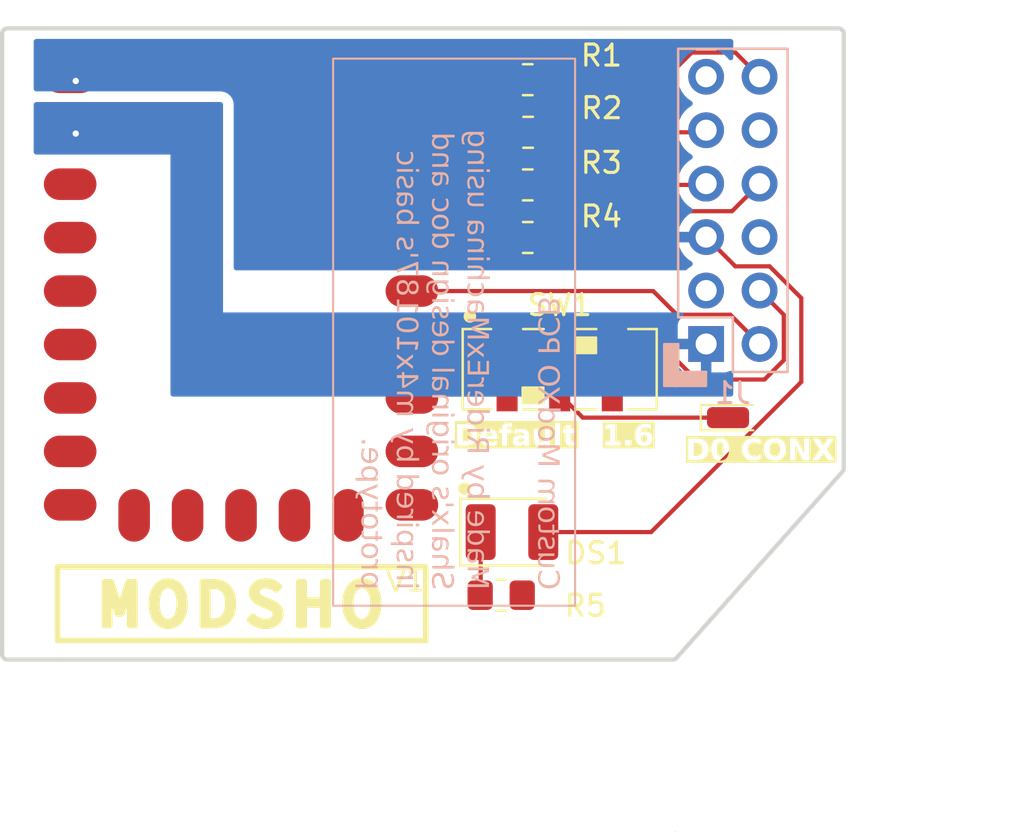
<source format=kicad_pcb>
(kicad_pcb (version 20240108) (generator "pcbnew") (generator_version "8.0")
  (layers (0 "F.Cu" signal) (31 "B.Cu" signal) (34 "B.Paste" user) (35 "F.Paste" user) (36 "B.SilkS" user "B.Silkscreen") (37 "F.SilkS" user "F.Silkscreen") (38 "B.Mask" user) (39 "F.Mask" user) (44 "Edge.Cuts" user))
  (net 0 "")
  (net 1 "+5V")
  (net 2 "Net-(DS1-K)")
  (net 3 "LAD0")
  (net 4 "LCLK")
  (net 6 "unconnected-(J1-Pin_11-Pad11)")
  (net 7 "LAD1")
  (net 8 "GND")
  (net 10 "LAD2")
  (net 12 "LFRAME")
  (net 13 "LAD3")
  (net 14 "Net-(U1-0)")
  (net 15 "Net-(U1-1)")
  (net 16 "Net-(U1-2)")
  (net 17 "Net-(U1-3)")
  (net 19 "Net-(SW1A-B)")
  (net 20 "D0")
  (net 36 "Net-(SW1B-A)")
  (footprint "Resistor_SMD:R_0805_2012Metric_Pad1.20x1.40mm_HandSolder" (layer "F.Cu") (at 135 72.25)
    (property "Reference" "R3" (at 3.5 -1.05 0) (layer "F.SilkS"))
    (property "Value" "R_US")
    (fp_line (start -0.227064 -0.735) (end 0.227064 -0.735) (stroke (width 0.12)) (layer "F.SilkS"))
    (fp_line (start -0.227064 0.735) (end 0.227064 0.735) (stroke (width 0.12)) (layer "F.SilkS"))
    (pad "1" smd roundrect (at -1 0) (size 1.2 1.4) (layers "F.Cu" "F.Paste" "F.Mask") (roundrect_rratio 0.208333) (net 16 "Net-(U1-2)"))
    (pad "2" smd roundrect (at 1 0) (size 1.2 1.4) (layers "F.Cu" "F.Paste" "F.Mask") (roundrect_rratio 0.208333) (net 10 "LAD2"))
  )
  (footprint "Resistor_SMD:R_0805_2012Metric_Pad1.20x1.40mm_HandSolder" (layer "F.Cu") (at 135 74.75)
    (property "Reference" "R4" (at 3.5 -1 0) (layer "F.SilkS"))
    (property "Value" "R_US" (hide yes))
    (fp_line (start -0.227064 -0.735) (end 0.227064 -0.735) (stroke (width 0.12)) (layer "F.SilkS"))
    (fp_line (start -0.227064 0.735) (end 0.227064 0.735) (stroke (width 0.12)) (layer "F.SilkS"))
    (pad "1" smd roundrect (at -1 0) (size 1.2 1.4) (layers "F.Cu" "F.Paste" "F.Mask") (roundrect_rratio 0.208333) (net 17 "Net-(U1-3)"))
    (pad "2" smd roundrect (at 1 0) (size 1.2 1.4) (layers "F.Cu" "F.Paste" "F.Mask") (roundrect_rratio 0.208333) (net 13 "LAD3"))
  )
  (footprint "LED_SMD:LED_1210_3225Metric_Pad1.42x2.65mm_HandSolder" (layer "F.Cu") (at 134.25 88.75)
    (property "Reference" "DS1" (at 3.9875 1 0) (layer "F.SilkS"))
    (property "Value" "LED")
    (fp_line (start -2.46 -1.585) (end -2.46 1.585) (stroke (width 0.12)) (layer "F.SilkS"))
    (fp_line (start -2.46 1.585) (end 1.6 1.585) (stroke (width 0.12)) (layer "F.SilkS"))
    (fp_line (start 1.6 -1.585) (end -2.46 -1.585) (stroke (width 0.12)) (layer "F.SilkS"))
    (pad "1" smd roundrect (at -1.4875 0) (size 1.425 2.65) (layers "F.Cu" "F.Paste" "F.Mask") (roundrect_rratio 0.175439) (net 2 "Net-(DS1-K)"))
    (pad "2" smd roundrect (at 1.4875 0) (size 1.425 2.65) (layers "F.Cu" "F.Paste" "F.Mask") (roundrect_rratio 0.175439) (net 1 "+5V"))
  )
  (footprint "Button_Switch_SMD:SW_DPDT_CK_JS202011JCQN" (layer "F.Cu") (at 136.51808 81.010811)
    (property "Reference" "SW1" (at 0 -3.05 0) (layer "F.SilkS"))
    (property "Value" "SW_DPDT_x2")
    (fp_line (start -4.61 -1.91) (end -4.61 1.91) (stroke (width 0.12)) (layer "F.SilkS"))
    (fp_line (start -4.61 1.91) (end -3.26 1.91) (stroke (width 0.12)) (layer "F.SilkS"))
    (fp_line (start -3.26 -1.91) (end -4.61 -1.91) (stroke (width 0.12)) (layer "F.SilkS"))
    (fp_line (start -0.76 -1.91) (end -1.74 -1.91) (stroke (width 0.12)) (layer "F.SilkS"))
    (fp_line (start -0.76 1.91) (end -1.74 1.91) (stroke (width 0.12)) (layer "F.SilkS"))
    (fp_line (start 1.74 -1.91) (end 0.76 -1.91) (stroke (width 0.12)) (layer "F.SilkS"))
    (fp_line (start 1.74 1.91) (end 0.76 1.91) (stroke (width 0.12)) (layer "F.SilkS"))
    (fp_line (start 4.61 -1.91) (end 3.26 -1.91) (stroke (width 0.12)) (layer "F.SilkS"))
    (fp_line (start 4.61 -1.91) (end 4.61 1.91) (stroke (width 0.12)) (layer "F.SilkS"))
    (fp_line (start 4.61 1.91) (end 3.26 1.91) (stroke (width 0.12)) (layer "F.SilkS"))
    (pad "1" smd rect (at -2.5 -1.2) (size 1 1.6) (layers "F.Cu" "F.Paste" "F.Mask"))
    (pad "2" smd rect (at 0 -1.2) (size 1 1.6) (layers "F.Cu" "F.Paste" "F.Mask") (net 19 "Net-(SW1A-B)"))
    (pad "3" smd rect (at 2.5 -1.2) (size 1 1.6) (layers "F.Cu" "F.Paste" "F.Mask") (net 12 "LFRAME"))
    (pad "4" smd rect (at -2.5 1.2) (size 1 1.6) (layers "F.Cu" "F.Paste" "F.Mask") (net 36 "Net-(SW1B-A)"))
    (pad "5" smd rect (at 0 1.2) (size 1 1.6) (layers "F.Cu" "F.Paste" "F.Mask") (net 20 "D0"))
    (pad "6" smd rect (at 2.5 1.2) (size 1 1.6) (layers "F.Cu" "F.Paste" "F.Mask"))
  )
  (footprint "Resistor_SMD:R_0805_2012Metric_Pad1.20x1.40mm_HandSolder" (layer "F.Cu") (at 135.01808 69.75)
    (property "Reference" "R2" (at 3.5 -1.15 0) (layer "F.SilkS"))
    (property "Value" "R_US")
    (fp_line (start -0.227064 -0.735) (end 0.227064 -0.735) (stroke (width 0.12)) (layer "F.SilkS"))
    (fp_line (start -0.227064 0.735) (end 0.227064 0.735) (stroke (width 0.12)) (layer "F.SilkS"))
    (pad "1" smd roundrect (at -1 0) (size 1.2 1.4) (layers "F.Cu" "F.Paste" "F.Mask") (roundrect_rratio 0.208333) (net 15 "Net-(U1-1)"))
    (pad "2" smd roundrect (at 1 0) (size 1.2 1.4) (layers "F.Cu" "F.Paste" "F.Mask") (roundrect_rratio 0.208333) (net 7 "LAD1"))
  )
  (footprint "Resistor_SMD:R_0805_2012Metric_Pad1.20x1.40mm_HandSolder" (layer "F.Cu") (at 133.7375 91.75)
    (property "Reference" "R5" (at 4 0.5 0) (layer "F.SilkS"))
    (property "Value" "R_US")
    (fp_line (start -0.227064 -0.735) (end 0.227064 -0.735) (stroke (width 0.12)) (layer "F.SilkS"))
    (fp_line (start -0.227064 0.735) (end 0.227064 0.735) (stroke (width 0.12)) (layer "F.SilkS"))
    (pad "1" smd roundrect (at -1 0) (size 1.2 1.4) (layers "F.Cu" "F.Paste" "F.Mask") (roundrect_rratio 0.208333) (net 2 "Net-(DS1-K)"))
    (pad "2" smd roundrect (at 1 0) (size 1.2 1.4) (layers "F.Cu" "F.Paste" "F.Mask") (roundrect_rratio 0.208333) (net 8 "GND"))
  )
  (footprint "Resistor_SMD:R_0805_2012Metric_Pad1.20x1.40mm_HandSolder" (layer "F.Cu") (at 135 67.25)
    (property "Reference" "R1" (at 3.5 -1.15 0) (layer "F.SilkS"))
    (property "Value" "R_US")
    (fp_line (start -0.227064 -0.735) (end 0.227064 -0.735) (stroke (width 0.12)) (layer "F.SilkS"))
    (fp_line (start -0.227064 0.735) (end 0.227064 0.735) (stroke (width 0.12)) (layer "F.SilkS"))
    (pad "1" smd roundrect (at -1 0) (size 1.2 1.4) (layers "F.Cu" "F.Paste" "F.Mask") (roundrect_rratio 0.208333) (net 14 "Net-(U1-0)"))
    (pad "2" smd roundrect (at 1 0) (size 1.2 1.4) (layers "F.Cu" "F.Paste" "F.Mask") (roundrect_rratio 0.208333) (net 3 "LAD0"))
  )
  (footprint "mcu:rp2040-zero-smd" (layer "F.Cu") (at 121.37308 77.295811)
    (property "Reference" "U1" (hide yes))
    (property "Value" "rp2040-zero" (hide yes))
    (pad "1" smd oval (at 7.62 -10.16 180) (size 2.5 1.5) (drill (offset -0.5 0)) (layers "F.Cu" "F.Paste" "F.Mask") (net 14 "Net-(U1-0)"))
    (pad "2" smd oval (at 7.62 -7.62 180) (size 2.5 1.5) (drill (offset -0.5 0)) (layers "F.Cu" "F.Paste" "F.Mask") (net 15 "Net-(U1-1)"))
    (pad "3" smd oval (at 7.62 -5.08 180) (size 2.5 1.5) (drill (offset -0.5 0)) (layers "F.Cu" "F.Paste" "F.Mask") (net 16 "Net-(U1-2)"))
    (pad "4" smd oval (at 7.62 -2.54 180) (size 2.5 1.5) (drill (offset -0.5 0)) (layers "F.Cu" "F.Paste" "F.Mask") (net 17 "Net-(U1-3)"))
    (pad "5" smd oval (at 7.62 0 180) (size 2.5 1.5) (drill (offset -0.5 0)) (layers "F.Cu" "F.Paste" "F.Mask") (net 4 "LCLK"))
    (pad "6" smd oval (at 7.62 2.54 180) (size 2.5 1.5) (drill (offset -0.5 0)) (layers "F.Cu" "F.Paste" "F.Mask") (net 19 "Net-(SW1A-B)"))
    (pad "7" smd oval (at 7.62 5.08 180) (size 2.5 1.5) (drill (offset -0.5 0)) (layers "F.Cu" "F.Paste" "F.Mask") (net 36 "Net-(SW1B-A)"))
    (pad "8" smd oval (at 7.62 7.62 180) (size 2.5 1.5) (drill (offset -0.5 0)) (layers "F.Cu" "F.Paste" "F.Mask"))
    (pad "9" smd oval (at 7.62 10.16 180) (size 2.5 1.5) (drill (offset -0.5 0)) (layers "F.Cu" "F.Paste" "F.Mask"))
    (pad "10" smd oval (at 5.08 10.16 90) (size 2.5 1.5) (drill (offset -0.5 0)) (layers "F.Cu" "F.Paste" "F.Mask"))
    (pad "11" smd oval (at 2.54 10.16 90) (size 2.5 1.5) (drill (offset -0.5 0)) (layers "F.Cu" "F.Paste" "F.Mask"))
    (pad "12" smd oval (at 0 10.16 90) (size 2.5 1.5) (drill (offset -0.5 0)) (layers "F.Cu" "F.Paste" "F.Mask"))
    (pad "13" smd oval (at -2.54 10.16 90) (size 2.5 1.5) (drill (offset -0.5 0)) (layers "F.Cu" "F.Paste" "F.Mask"))
    (pad "14" smd oval (at -5.08 10.16 90) (size 2.5 1.5) (drill (offset -0.5 0)) (layers "F.Cu" "F.Paste" "F.Mask"))
    (pad "15" smd oval (at -7.62 10.16) (size 2.5 1.5) (drill (offset -0.5 0)) (layers "F.Cu" "F.Paste" "F.Mask"))
    (pad "16" smd oval (at -7.62 7.62) (size 2.5 1.5) (drill (offset -0.5 0)) (layers "F.Cu" "F.Paste" "F.Mask"))
    (pad "17" smd oval (at -7.62 5.08) (size 2.5 1.5) (drill (offset -0.5 0)) (layers "F.Cu" "F.Paste" "F.Mask"))
    (pad "18" smd oval (at -7.62 2.54) (size 2.5 1.5) (drill (offset -0.5 0)) (layers "F.Cu" "F.Paste" "F.Mask"))
    (pad "19" smd oval (at -7.62 0) (size 2.5 1.5) (drill (offset -0.5 0)) (layers "F.Cu" "F.Paste" "F.Mask"))
    (pad "20" smd oval (at -7.62 -2.54) (size 2.5 1.5) (drill (offset -0.5 0)) (layers "F.Cu" "F.Paste" "F.Mask"))
    (pad "21" smd oval (at -7.62 -5.08) (size 2.5 1.5) (drill (offset -0.5 0)) (layers "F.Cu" "F.Paste" "F.Mask"))
    (pad "22" smd oval (at -7.62 -7.62) (size 2.5 1.5) (drill (offset -0.5 0)) (layers "F.Cu" "F.Paste" "F.Mask") (net 8 "GND"))
    (pad "23" smd oval (at -7.62 -10.16) (size 2.5 1.5) (drill (offset -0.5 0)) (layers "F.Cu" "F.Paste" "F.Mask") (net 1 "+5V"))
  )
  (footprint "Connector_Wire:SolderWirePad_1x01_SMD_1x2mm" (layer "F.Cu") (at 144.51808 83.310811 90)
    (property "Reference" "J2" (hide yes))
    (property "Value" "Conn_01x01_Pin")
    (fp_line (start 0.6 -1.3) (end 0.6 1.2) (stroke (width 0.1)) (layer "F.SilkS"))
    (fp_line (start -0.6 -1.3) (end 0.6 -1.3) (stroke (width 0.1)) (layer "F.SilkS"))
    (fp_line (start -0.6 1.2) (end -0.6 -1.3) (stroke (width 0.1)) (layer "F.SilkS"))
    (pad "1" smd roundrect (at 0 0 90) (size 1 2) (layers "F.Cu" "F.Paste" "F.Mask") (net 20 "D0"))
  )
  (footprint "Connector_PinHeader_2.54mm:PinHeader_2x06_P2.54mm_Vertical" (layer "B.Cu") (at 143.47808 79.810811)
    (property "Reference" "J1" (at 1.27 2.33 180) (layer "B.SilkS") (effects (justify mirror)))
    (property "Value" "Conn_02x06_Odd_Even")
    (fp_line (start -1.33 -14.03) (end -1.33 -1.27) (stroke (width 0.12)) (layer "B.SilkS"))
    (fp_line (start -1.33 1.33) (end -1.33 0) (stroke (width 0.12)) (layer "B.SilkS"))
    (fp_line (start 0 1.33) (end -1.33 1.33) (stroke (width 0.12)) (layer "B.SilkS"))
    (fp_line (start 1.27 -1.27) (end -1.33 -1.27) (stroke (width 0.12)) (layer "B.SilkS"))
    (fp_line (start 1.27 1.33) (end 1.27 -1.27) (stroke (width 0.12)) (layer "B.SilkS"))
    (fp_line (start 3.87 -14.03) (end -1.33 -14.03) (stroke (width 0.12)) (layer "B.SilkS"))
    (fp_line (start 3.87 -14.03) (end 3.87 1.33) (stroke (width 0.12)) (layer "B.SilkS"))
    (fp_line (start 3.87 1.33) (end 1.27 1.33) (stroke (width 0.12)) (layer "B.SilkS"))
    (fp_rect (start -1.33 0) (end -2 2) (stroke (width 0.1)) (fill solid) (layer "B.SilkS"))
    (fp_rect (start 0 1.33) (end -1.5 2) (stroke (width 0.1)) (fill solid) (layer "B.SilkS"))
    (pad "1" thru_hole rect (at 0 0) (size 1.7 1.7) (drill 1) (layers "*.Cu" "*.Mask") (net 8 "GND"))
    (pad "2" thru_hole oval (at 2.54 0) (size 1.7 1.7) (drill 1) (layers "*.Cu" "*.Mask") (net 4 "LCLK"))
    (pad "3" thru_hole oval (at 0 -2.54) (size 1.7 1.7) (drill 1) (layers "*.Cu" "*.Mask"))
    (pad "4" thru_hole oval (at 2.54 -2.54) (size 1.7 1.7) (drill 1) (layers "*.Cu" "*.Mask") (net 12 "LFRAME"))
    (pad "5" thru_hole oval (at 0 -5.08) (size 1.7 1.7) (drill 1) (layers "*.Cu" "*.Mask") (net 1 "+5V"))
    (pad "6" thru_hole oval (at 2.54 -5.08) (size 1.7 1.7) (drill 1) (layers "*.Cu" "*.Mask"))
    (pad "7" thru_hole oval (at 0 -7.62) (size 1.7 1.7) (drill 1) (layers "*.Cu" "*.Mask") (net 10 "LAD2"))
    (pad "8" thru_hole oval (at 2.54 -7.62) (size 1.7 1.7) (drill 1) (layers "*.Cu" "*.Mask") (net 13 "LAD3"))
    (pad "9" thru_hole oval (at 0 -10.16) (size 1.7 1.7) (drill 1) (layers "*.Cu" "*.Mask") (net 7 "LAD1"))
    (pad "10" thru_hole oval (at 2.54 -10.16) (size 1.7 1.7) (drill 1) (layers "*.Cu" "*.Mask"))
    (pad "11" thru_hole oval (at 0 -12.7) (size 1.7 1.7) (drill 1) (layers "*.Cu" "*.Mask") (net 6 "unconnected-(J1-Pin_11-Pad11)"))
    (pad "12" thru_hole oval (at 2.54 -12.7) (size 1.7 1.7) (drill 1) (layers "*.Cu" "*.Mask") (net 3 "LAD0"))
  )
  (gr_poly (pts (xy 130.150739 93.9024) (xy 112.650741 93.9024) (xy 112.650741 90.4024) (xy 130.150739 90.4024)) (stroke (width 0.264582)) (fill none) (layer "F.SilkS"))
  (gr_circle (center 132.25 78.5) (end 132.5 78.5) (stroke (width 0.1)) (fill solid) (layer "F.SilkS"))
  (gr_rect (start 137.25 79.5) (end 138.25 80.25) (stroke (width 0.1)) (fill solid) (layer "F.SilkS"))
  (gr_rect (start 134.75 81.875) (end 135.75 82.625) (stroke (width 0.1)) (fill solid) (layer "F.SilkS"))
  (gr_poly (pts (xy 124.380479 91.984125) (xy 125.25043 91.984125) (xy 125.25043 91.111) (xy 125.517129 91.111) (xy 125.517129 93.1938) (xy 125.25043 93.1938) (xy 125.25043 92.212725) (xy 124.380479 92.212725) (xy 124.380479 93.1938) (xy 124.113779 93.1938) (xy 124.113779 91.111) (xy 124.380479 91.111)) (stroke (width 0.264582)) (fill solid) (layer "F.SilkS"))
  (gr_poly (pts (xy 117.953464 91.074059) (xy 117.996249 91.077521) (xy 118.038145 91.083265) (xy 118.079118 91.091268) (xy 118.119133 91.101508) (xy 118.158155 91.113963) (xy 118.196149 91.12861) (xy 118.233081 91.145429) (xy 118.268915 91.164396) (xy 118.303616 91.18549) (xy 118.33715 91.208688) (xy 118.369482 91.233969) (xy 118.400576 91.26131) (xy 118.430399 91.29069) (xy 118.458915 91.322085) (xy 118.486088 91.355475) (xy 118.511886 91.390837) (xy 118.536271 91.428148) (xy 118.559211 91.467387) (xy 118.580669 91.508532) (xy 118.600611 91.551561) (xy 118.619001 91.596451) (xy 118.65099 91.691727) (xy 118.676356 91.794185) (xy 118.69482 91.903646) (xy 118.706103 92.019935) (xy 118.709926 92.142875) (xy 118.708964 92.206058) (xy 118.706103 92.267598) (xy 118.701377 92.327473) (xy 118.69482 92.385657) (xy 118.686468 92.442128) (xy 118.676356 92.49686) (xy 118.664518 92.549832) (xy 118.65099 92.601018) (xy 118.635806 92.650394) (xy 118.619001 92.697938) (xy 118.600611 92.743625) (xy 118.580669 92.787431) (xy 118.559211 92.829333) (xy 118.536272 92.869306) (xy 118.511886 92.907327) (xy 118.486089 92.943372) (xy 118.458915 92.977417) (xy 118.430399 93.009438) (xy 118.400576 93.039412) (xy 118.369482 93.067315) (xy 118.33715 93.093122) (xy 118.303616 93.11681) (xy 118.268915 93.138355) (xy 118.233081 93.157734) (xy 118.196149 93.174922) (xy 118.158155 93.189896) (xy 118.119133 93.202631) (xy 118.079118 93.213104) (xy 118.038145 93.221292) (xy 117.996249 93.227169) (xy 117.953464 93.230713) (xy 117.909826 93.2319) (xy 117.866188 93.230713) (xy 117.823404 93.227169) (xy 117.781507 93.221292) (xy 117.740534 93.213104) (xy 117.700519 93.202631) (xy 117.661497 93.189896) (xy 117.623503 93.174922) (xy 117.586572 93.157734) (xy 117.550738 93.138355) (xy 117.516036 93.11681) (xy 117.482502 93.093122) (xy 117.450171 93.067315) (xy 117.419076 93.039412) (xy 117.389254 93.009438) (xy 117.360738 92.977417) (xy 117.333564 92.943372) (xy 117.307767 92.907327) (xy 117.283381 92.869306) (xy 117.260442 92.829333) (xy 117.238984 92.787431) (xy 117.200651 92.697938) (xy 117.168662 92.601018) (xy 117.143296 92.49686) (xy 117.124832 92.385657) (xy 117.113549 92.267598) (xy 117.109726 92.142875) (xy 117.382776 92.142875) (xy 117.383387 92.192264) (xy 117.385207 92.240404) (xy 117.388218 92.287274) (xy 117.3924 92.332854) (xy 117.397736 92.377122) (xy 117.404207 92.420058) (xy 117.411795 92.46164) (xy 117.420479 92.501848) (xy 117.430243 92.540661) (xy 117.441067 92.578058) (xy 117.452933 92.614017) (xy 117.465822 92.648519) (xy 117.479716 92.681541) (xy 117.494596 92.713063) (xy 117.510443 92.743065) (xy 117.527239 92.771525) (xy 117.544965 92.798422) (xy 117.563602 92.823736) (xy 117.583133 92.847445) (xy 117.603538 92.869528) (xy 117.624799 92.889965) (xy 117.646896 92.908735) (xy 117.669813 92.925817) (xy 117.693529 92.941189) (xy 117.718027 92.954831) (xy 117.743287 92.966722) (xy 117.769292 92.976841) (xy 117.796022 92.985168) (xy 117.823459 92.99168) (xy 117.851585 92.996358) (xy 117.88038 92.99918) (xy 117.909826 93.000125) (xy 117.939272 92.99918) (xy 117.968068 92.996358) (xy 117.996193 92.99168) (xy 118.02363 92.985168) (xy 118.05036 92.976841) (xy 118.076365 92.966722) (xy 118.101625 92.954831) (xy 118.126123 92.941189) (xy 118.149839 92.925817) (xy 118.172756 92.908735) (xy 118.194854 92.889965) (xy 118.216115 92.869528) (xy 118.236519 92.847445) (xy 118.25605 92.823736) (xy 118.292414 92.771525) (xy 118.325057 92.713063) (xy 118.35383 92.648519) (xy 118.378585 92.578058) (xy 118.399173 92.501848) (xy 118.415445 92.420058) (xy 118.427252 92.332854) (xy 118.434445 92.240404) (xy 118.436876 92.142875) (xy 118.436265 92.094379) (xy 118.434445 92.04713) (xy 118.431435 92.001147) (xy 118.427252 91.956449) (xy 118.421916 91.913056) (xy 118.415445 91.870987) (xy 118.407858 91.830261) (xy 118.399173 91.790896) (xy 118.389409 91.752914) (xy 118.378585 91.716331) (xy 118.366719 91.681169) (xy 118.35383 91.647445) (xy 118.339936 91.615179) (xy 118.325057 91.58439) (xy 118.30921 91.555098) (xy 118.292414 91.527322) (xy 118.274688 91.50108) (xy 118.25605 91.476392) (xy 118.236519 91.453278) (xy 118.216115 91.431756) (xy 118.194854 91.411845) (xy 118.172756 91.393565) (xy 118.149839 91.376935) (xy 118.126123 91.361974) (xy 118.101625 91.348701) (xy 118.076365 91.337136) (xy 118.05036 91.327297) (xy 118.02363 91.319204) (xy 117.996193 91.312877) (xy 117.968068 91.308333) (xy 117.939272 91.305593) (xy 117.909826 91.304675) (xy 117.88038 91.305593) (xy 117.851585 91.308333) (xy 117.823459 91.312877) (xy 117.796022 91.319204) (xy 117.769292 91.327297) (xy 117.743287 91.337136) (xy 117.718027 91.348701) (xy 117.693529 91.361974) (xy 117.669813 91.376935) (xy 117.646896 91.393565) (xy 117.624799 91.411845) (xy 117.603538 91.431756) (xy 117.583133 91.453278) (xy 117.563602 91.476392) (xy 117.527239 91.527322) (xy 117.494596 91.58439) (xy 117.465822 91.647445) (xy 117.441067 91.716331) (xy 117.420479 91.790896) (xy 117.404207 91.870987) (xy 117.3924 91.956449) (xy 117.385207 92.04713) (xy 117.382776 92.142875) (xy 117.109726 92.142875) (xy 117.110688 92.080585) (xy 117.113549 92.019935) (xy 117.118276 91.960948) (xy 117.124832 91.903646) (xy 117.133184 91.848051) (xy 117.143296 91.794185) (xy 117.155134 91.742069) (xy 117.168662 91.691727) (xy 117.183846 91.64318) (xy 117.200651 91.596451) (xy 117.219042 91.551561) (xy 117.238983 91.508532) (xy 117.260441 91.467387) (xy 117.283381 91.428148) (xy 117.307766 91.390837) (xy 117.333564 91.355475) (xy 117.360738 91.322085) (xy 117.389253 91.29069) (xy 117.419076 91.26131) (xy 117.450171 91.233969) (xy 117.482502 91.208688) (xy 117.516036 91.18549) (xy 117.550738 91.164396) (xy 117.586571 91.145429) (xy 117.623503 91.12861) (xy 117.661497 91.113963) (xy 117.700519 91.101508) (xy 117.740534 91.091268) (xy 117.781507 91.083265) (xy 117.823404 91.077521) (xy 117.866188 91.074059) (xy 117.909826 91.0729)) (stroke (width 0.264582)) (fill solid) (layer "F.SilkS"))
  (gr_circle (center 131.99442 86.689189) (end 132.24442 86.689189) (stroke (width 0.1)) (fill solid) (layer "F.SilkS"))
  (gr_poly (pts (xy 122.603287 91.074114) (xy 122.65091 91.0777) (xy 122.697659 91.083574) (xy 122.743469 91.091652) (xy 122.788274 91.101852) (xy 122.832009 91.114088) (xy 122.874609 91.128278) (xy 122.91601 91.144337) (xy 122.956146 91.162183) (xy 122.994951 91.18173) (xy 123.032361 91.202897) (xy 123.068311 91.225598) (xy 123.102735 91.24975) (xy 123.135569 91.275269) (xy 123.166746 91.302072) (xy 123.196204 91.330075) (xy 123.056504 91.501525) (xy 123.030636 91.479432) (xy 123.004197 91.458427) (xy 122.977134 91.438557) (xy 122.949397 91.419868) (xy 122.920934 91.402407) (xy 122.891695 91.38622) (xy 122.861628 91.371355) (xy 122.830682 91.357856) (xy 122.798805 91.345772) (xy 122.765948 91.335148) (xy 122.732058 91.32603) (xy 122.697084 91.318466) (xy 122.660975 91.312502) (xy 122.62368 91.308185) (xy 122.585149 91.30556) (xy 122.545329 91.304675) (xy 122.522942 91.305018) (xy 122.501035 91.30604) (xy 122.479624 91.307733) (xy 122.458723 91.310089) (xy 122.438348 91.313097) (xy 122.418513 91.316751) (xy 122.399234 91.321041) (xy 122.380526 91.325957) (xy 122.362404 91.331493) (xy 122.344884 91.337638) (xy 122.327979 91.344384) (xy 122.311706 91.351723) (xy 122.296079 91.359646) (xy 122.281114 91.368143) (xy 122.266825 91.377207) (xy 122.253229 91.386828) (xy 122.240339 91.396998) (xy 122.228171 91.407708) (xy 122.216741 91.41895) (xy 122.206063 91.430714) (xy 122.196152 91.442992) (xy 122.187023 91.455775) (xy 122.178693 91.469055) (xy 122.171175 91.482822) (xy 122.164485 91.497069) (xy 122.158637 91.511786) (xy 122.153648 91.526964) (xy 122.149533 91.542595) (xy 122.146305 91.558671) (xy 122.143981 91.575182) (xy 122.142575 91.592119) (xy 122.142104 91.609475) (xy 122.142665 91.627859) (xy 122.144322 91.645522) (xy 122.147038 91.662488) (xy 122.150773 91.678779) (xy 122.155489 91.694419) (xy 122.161149 91.709432) (xy 122.167713 91.723839) (xy 122.175143 91.737666) (xy 122.183402 91.750934) (xy 122.192449 91.763667) (xy 122.202248 91.775889) (xy 122.21276 91.787622) (xy 122.223946 91.798891) (xy 122.235768 91.809717) (xy 122.261166 91.830137) (xy 122.288648 91.84907) (xy 122.317907 91.8667) (xy 122.348635 91.883213) (xy 122.380526 91.898797) (xy 122.446569 91.927918) (xy 122.513579 91.95555) (xy 122.805679 92.08255) (xy 122.85323 92.102673) (xy 122.899298 92.123875) (xy 122.943663 92.146341) (xy 122.986108 92.170259) (xy 123.026413 92.195814) (xy 123.06436 92.223193) (xy 123.099731 92.25258) (xy 123.116382 92.268085) (xy 123.132307 92.284162) (xy 123.147478 92.300835) (xy 123.161868 92.318126) (xy 123.175451 92.336059) (xy 123.188198 92.354657) (xy 123.200082 92.373944) (xy 123.211076 92.393942) (xy 123.221153 92.414675) (xy 123.230285 92.436166) (xy 123.238445 92.458438) (xy 123.245606 92.481515) (xy 123.25174 92.50542) (xy 123.25682 92.530175) (xy 123.260819 92.555806) (xy 123.263709 92.582333) (xy 123.265463 92.609782) (xy 123.266054 92.638175) (xy 123.265238 92.66893) (xy 123.262804 92.699258) (xy 123.25877 92.729123) (xy 123.253155 92.75849) (xy 123.245977 92.787322) (xy 123.237255 92.815583) (xy 123.227008 92.843237) (xy 123.215254 92.870248) (xy 123.202011 92.89658) (xy 123.187299 92.922196) (xy 123.171135 92.947062) (xy 123.15354 92.971141) (xy 123.13453 92.994396) (xy 123.114125 93.016792) (xy 123.092343 93.038293) (xy 123.069204 93.058862) (xy 123.044725 93.078465) (xy 123.018925 93.097063) (xy 122.991822 93.114622) (xy 122.963436 93.131106) (xy 122.933786 93.146478) (xy 122.902888 93.160703) (xy 122.870763 93.173744) (xy 122.837429 93.185565) (xy 122.802904 93.19613) (xy 122.767207 93.205404) (xy 122.730356 93.21335) (xy 122.692371 93.219932) (xy 122.653269 93.225114) (xy 122.61307 93.22886) (xy 122.571792 93.231134) (xy 122.529454 93.2319) (xy 122.529453 93.2319) (xy 122.472795 93.230499) (xy 122.417156 93.22635) (xy 122.362587 93.219531) (xy 122.309138 93.210121) (xy 122.256861 93.1982) (xy 122.205808 93.183847) (xy 122.156029 93.16714) (xy 122.107575 93.148159) (xy 122.060498 93.126983) (xy 122.014849 93.103691) (xy 121.970679 93.078361) (xy 121.928039 93.051074) (xy 121.88698 93.021907) (xy 121.847554 92.990941) (xy 121.809811 92.958254) (xy 121.773803 92.923925) (xy 121.932553 92.739775) (xy 121.962421 92.768337) (xy 121.993647 92.795629) (xy 122.026175 92.821572) (xy 122.05995 92.846088) (xy 122.094915 92.869097) (xy 122.131015 92.890519) (xy 122.168195 92.910277) (xy 122.206397 92.928291) (xy 122.245567 92.944481) (xy 122.285648 92.958769) (xy 122.326585 92.971076) (xy 122.368322 92.981323) (xy 122.410803 92.98943) (xy 122.453972 92.995319) (xy 122.497774 92.99891) (xy 122.542153 93.000125) (xy 122.568596 92.999727) (xy 122.594342 92.998544) (xy 122.619381 92.996591) (xy 122.643703 92.99388) (xy 122.6673 92.990428) (xy 122.690163 92.986249) (xy 122.712281 92.981357) (xy 122.733645 92.975767) (xy 122.754247 92.969493) (xy 122.774077 92.96255) (xy 122.793125 92.954952) (xy 122.811383 92.946714) (xy 122.828841 92.937851) (xy 122.84549 92.928377) (xy 122.86132 92.918306) (xy 122.876322 92.907653) (xy 122.890487 92.896433) (xy 122.903805 92.88466) (xy 122.916268 92.872349) (xy 122.927866 92.859513) (xy 122.938589 92.846169) (xy 122.948429 92.83233) (xy 122.957376 92.81801) (xy 122.96542 92.803225) (xy 122.972553 92.787989) (xy 122.978765 92.772316) (xy 122.984047 92.756222) (xy 122.988389 92.739719) (xy 122.991783 92.722824) (xy 122.994218 92.70555) (xy 122.995687 92.687912) (xy 122.996178 92.669925) (xy 122.995707 92.649548) (xy 122.994308 92.630068) (xy 122.992 92.611449) (xy 122.988805 92.593657) (xy 122.984742 92.576658) (xy 122.979833 92.560418) (xy 122.974096 92.544902) (xy 122.967553 92.530076) (xy 122.960225 92.515906) (xy 122.95213 92.502358) (xy 122.943291 92.489396) (xy 122.933726 92.476988) (xy 122.923457 92.465098) (xy 122.912503 92.453692) (xy 122.888625 92.432197) (xy 122.862254 92.412227) (xy 122.833552 92.393508) (xy 122.802684 92.375765) (xy 122.76981 92.358725) (xy 122.735095 92.342113) (xy 122.698702 92.325655) (xy 122.621528 92.2921) (xy 122.323079 92.161925) (xy 122.283483 92.145644) (xy 122.243542 92.12767) (xy 122.203658 92.107873) (xy 122.164229 92.086122) (xy 122.125657 92.062288) (xy 122.08834 92.03624) (xy 122.052678 92.007848) (xy 122.019073 91.976981) (xy 122.003166 91.96058) (xy 121.987923 91.94351) (xy 121.973393 91.925758) (xy 121.959628 91.907305) (xy 121.946677 91.888136) (xy 121.934589 91.868234) (xy 121.923416 91.847584) (xy 121.913206 91.826169) (xy 121.904011 91.803972) (xy 121.895879 91.780978) (xy 121.888861 91.757169) (xy 121.883007 91.732531) (xy 121.878366 91.707046) (xy 121.87499 91.680699) (xy 121.872928 91.653472) (xy 121.872229 91.62535) (xy 121.873061 91.595831) (xy 121.875535 91.566823) (xy 121.87962 91.538355) (xy 121.885282 91.510455) (xy 121.892492 91.483149) (xy 121.901216 91.456467) (xy 121.911422 91.430436) (xy 121.923079 91.405084) (xy 121.936154 91.380439) (xy 121.950616 91.356529) (xy 121.966432 91.333382) (xy 121.983571 91.311025) (xy 122.002001 91.289487) (xy 122.021689 91.268795) (xy 122.042604 91.248978) (xy 122.064713 91.230062) (xy 122.087986 91.212077) (xy 122.112389 91.195051) (xy 122.137891 91.17901) (xy 122.164459 91.163983) (xy 122.192063 91.149998) (xy 122.220669 91.137082) (xy 122.250246 91.125264) (xy 122.280762 91.114572) (xy 122.312185 91.105033) (xy 122.344483 91.096675) (xy 122.377624 91.089527) (xy 122.411576 91.083616) (xy 122.446307 91.078969) (xy 122.481785 91.075616) (xy 122.517978 91.073584) (xy 122.554854 91.0729)) (stroke (width 0.264582)) (fill solid) (layer "F.SilkS"))
  (gr_poly (pts (xy 115.5 92) (xy 115.6016 92.33655) (xy 115.6143 92.33655) (xy 115.712726 92) (xy 116.008001 91.111) (xy 116.33185 91.111) (xy 116.33185 93.1938) (xy 116.07785 93.1938) (xy 116.07785 92.1524) (xy 116.07924 92.069701) (xy 116.08301 91.976584) (xy 116.095314 91.774575) (xy 116.122306 91.4158) (xy 116.112775 91.4158) (xy 115.9953 91.8222) (xy 115.69685 92.64135) (xy 115.50635 92.64135) (xy 115.21425 91.8222) (xy 115.0936 91.4158) (xy 115.08725 91.4158) (xy 115.102232 91.577328) (xy 115.116619 91.774575) (xy 115.122659 91.876919) (xy 115.127434 91.976584) (xy 115.130572 92.069701) (xy 115.1317 92.1524) (xy 115.1317 93.1938) (xy 114.884051 93.1938) (xy 114.884051 91.111) (xy 115.2079 91.111)) (stroke (width 0.264582)) (fill solid) (layer "F.SilkS"))
  (gr_poly (pts (xy 127.160969 91.074059) (xy 127.203754 91.077521) (xy 127.24565 91.083265) (xy 127.286623 91.091268) (xy 127.326638 91.101508) (xy 127.36566 91.113963) (xy 127.403654 91.12861) (xy 127.440586 91.145429) (xy 127.47642 91.164396) (xy 127.511121 91.18549) (xy 127.544655 91.208688) (xy 127.576987 91.233969) (xy 127.608081 91.26131) (xy 127.637904 91.29069) (xy 127.66642 91.322085) (xy 127.693594 91.355475) (xy 127.719391 91.390837) (xy 127.743777 91.428148) (xy 127.766716 91.467387) (xy 127.788174 91.508532) (xy 127.808116 91.551561) (xy 127.826507 91.596451) (xy 127.858495 91.691727) (xy 127.883861 91.794185) (xy 127.902325 91.903646) (xy 127.913608 92.019935) (xy 127.917431 92.142875) (xy 127.91647 92.206058) (xy 127.913608 92.267598) (xy 127.908882 92.327473) (xy 127.902325 92.385657) (xy 127.893973 92.442128) (xy 127.883861 92.49686) (xy 127.872024 92.549832) (xy 127.858495 92.601018) (xy 127.843311 92.650394) (xy 127.826507 92.697938) (xy 127.808116 92.743625) (xy 127.788174 92.787431) (xy 127.766716 92.829333) (xy 127.743777 92.869306) (xy 127.719391 92.907327) (xy 127.693594 92.943372) (xy 127.66642 92.977417) (xy 127.637904 93.009438) (xy 127.608081 93.039412) (xy 127.576987 93.067315) (xy 127.544655 93.093122) (xy 127.511121 93.11681) (xy 127.47642 93.138355) (xy 127.440586 93.157734) (xy 127.403654 93.174922) (xy 127.36566 93.189896) (xy 127.326638 93.202631) (xy 127.286623 93.213104) (xy 127.24565 93.221292) (xy 127.203754 93.227169) (xy 127.160969 93.230713) (xy 127.117331 93.2319) (xy 127.073693 93.230713) (xy 127.030908 93.227169) (xy 126.989012 93.221292) (xy 126.948039 93.213104) (xy 126.908024 93.202631) (xy 126.869002 93.189896) (xy 126.831008 93.174922) (xy 126.794076 93.157734) (xy 126.758242 93.138355) (xy 126.723541 93.11681) (xy 126.690007 93.093122) (xy 126.657675 93.067315) (xy 126.62658 93.039412) (xy 126.596758 93.009438) (xy 126.568242 92.977417) (xy 126.541068 92.943372) (xy 126.515271 92.907327) (xy 126.490885 92.869306) (xy 126.467946 92.829333) (xy 126.446488 92.787431) (xy 126.408155 92.697938) (xy 126.376167 92.601018) (xy 126.350801 92.49686) (xy 126.332337 92.385657) (xy 126.321054 92.267598) (xy 126.317231 92.142875) (xy 126.590281 92.142875) (xy 126.590892 92.192264) (xy 126.592712 92.240404) (xy 126.595722 92.287274) (xy 126.599905 92.332854) (xy 126.605241 92.377122) (xy 126.611712 92.420058) (xy 126.619299 92.46164) (xy 126.627984 92.501848) (xy 126.637748 92.540661) (xy 126.648572 92.578058) (xy 126.660438 92.614017) (xy 126.673327 92.648519) (xy 126.687221 92.681541) (xy 126.7021 92.713063) (xy 126.717947 92.743065) (xy 126.734743 92.771525) (xy 126.752469 92.798422) (xy 126.771107 92.823736) (xy 126.790638 92.847445) (xy 126.811043 92.869528) (xy 126.832303 92.889965) (xy 126.854401 92.908735) (xy 126.877318 92.925817) (xy 126.901034 92.941189) (xy 126.925532 92.954831) (xy 126.950792 92.966722) (xy 126.976797 92.976841) (xy 127.003527 92.985168) (xy 127.030964 92.99168) (xy 127.05909 92.996358) (xy 127.087885 92.99918) (xy 127.117331 93.000125) (xy 127.146777 92.99918) (xy 127.175572 92.996358) (xy 127.203698 92.99168) (xy 127.231135 92.985168) (xy 127.257865 92.976841) (xy 127.28387 92.966722) (xy 127.30913 92.954831) (xy 127.333628 92.941189) (xy 127.357344 92.925817) (xy 127.380261 92.908735) (xy 127.402359 92.889965) (xy 127.423619 92.869528) (xy 127.444024 92.847445) (xy 127.463555 92.823736) (xy 127.499918 92.771525) (xy 127.532561 92.713063) (xy 127.561335 92.648519) (xy 127.58609 92.578058) (xy 127.606678 92.501848) (xy 127.62295 92.420058) (xy 127.634757 92.332854) (xy 127.64195 92.240404) (xy 127.644381 92.142875) (xy 127.64377 92.094379) (xy 127.64195 92.04713) (xy 127.638939 92.001147) (xy 127.634757 91.956449) (xy 127.629421 91.913056) (xy 127.62295 91.870987) (xy 127.615363 91.830261) (xy 127.606678 91.790896) (xy 127.596914 91.752914) (xy 127.58609 91.716331) (xy 127.574224 91.681169) (xy 127.561335 91.647445) (xy 127.547441 91.615179) (xy 127.532561 91.58439) (xy 127.516714 91.555098) (xy 127.499918 91.527322) (xy 127.482192 91.50108) (xy 127.463555 91.476392) (xy 127.444024 91.453278) (xy 127.423619 91.431756) (xy 127.402359 91.411845) (xy 127.380261 91.393565) (xy 127.357344 91.376935) (xy 127.333628 91.361974) (xy 127.30913 91.348701) (xy 127.28387 91.337136) (xy 127.257865 91.327297) (xy 127.231135 91.319204) (xy 127.203698 91.312877) (xy 127.175572 91.308333) (xy 127.146777 91.305593) (xy 127.117331 91.304675) (xy 127.087885 91.305593) (xy 127.05909 91.308333) (xy 127.030964 91.312877) (xy 127.003527 91.319204) (xy 126.976797 91.327297) (xy 126.950792 91.337136) (xy 126.925532 91.348701) (xy 126.901034 91.361974) (xy 126.877318 91.376935) (xy 126.854401 91.393565) (xy 126.832303 91.411845) (xy 126.811043 91.431756) (xy 126.790638 91.453278) (xy 126.771107 91.476392) (xy 126.734743 91.527322) (xy 126.7021 91.58439) (xy 126.673327 91.647445) (xy 126.648572 91.716331) (xy 126.627984 91.790896) (xy 126.611712 91.870987) (xy 126.599905 91.956449) (xy 126.592712 92.04713) (xy 126.590281 92.142875) (xy 126.317231 92.142875) (xy 126.318192 92.080585) (xy 126.321054 92.019935) (xy 126.32578 91.960948) (xy 126.332337 91.903646) (xy 126.340688 91.848051) (xy 126.350801 91.794185) (xy 126.362638 91.742069) (xy 126.376167 91.691727) (xy 126.391351 91.64318) (xy 126.408155 91.596451) (xy 126.426546 91.551561) (xy 126.446488 91.508532) (xy 126.467946 91.467387) (xy 126.490885 91.428148) (xy 126.515271 91.390837) (xy 126.541068 91.355475) (xy 126.568242 91.322085) (xy 126.596758 91.29069) (xy 126.62658 91.26131) (xy 126.657675 91.233969) (xy 126.690007 91.208688) (xy 126.723541 91.18549) (xy 126.758242 91.164396) (xy 126.794076 91.145429) (xy 126.831008 91.12861) (xy 126.869002 91.113963) (xy 126.908024 91.101508) (xy 126.948039 91.091268) (xy 126.989012 91.083265) (xy 127.030908 91.077521) (xy 127.073693 91.074059) (xy 127.117331 91.0729)) (stroke (width 0.264582)) (fill solid) (layer "F.SilkS"))
  (gr_poly (pts (xy 120.107577 91.112086) (xy 120.163692 91.115333) (xy 120.218113 91.120727) (xy 120.270831 91.128252) (xy 120.321834 91.137893) (xy 120.371114 91.149635) (xy 120.41866 91.163463) (xy 120.464462 91.179362) (xy 120.508511 91.197316) (xy 120.550797 91.217311) (xy 120.59131 91.239332) (xy 120.630039 91.263363) (xy 120.666976 91.289389) (xy 120.70211 91.317395) (xy 120.735432 91.347366) (xy 120.76693 91.379287) (xy 120.796597 91.413143) (xy 120.82442 91.448919) (xy 120.850392 91.486599) (xy 120.874502 91.526168) (xy 120.89674 91.567612) (xy 120.917095 91.610915) (xy 120.935559 91.656062) (xy 120.952122 91.703038) (xy 120.966773 91.751828) (xy 120.979502 91.802417) (xy 120.990301 91.854789) (xy 120.999158 91.90893) (xy 121.006064 91.964824) (xy 121.011009 92.022456) (xy 121.014977 92.142875) (xy 121.013984 92.204272) (xy 121.011012 92.264031) (xy 121.006074 92.322131) (xy 120.999183 92.37855) (xy 120.990349 92.43327) (xy 120.979586 92.48627) (xy 120.966906 92.537529) (xy 120.95232 92.587028) (xy 120.935842 92.634745) (xy 120.917483 92.68066) (xy 120.897255 92.724753) (xy 120.875172 92.767004) (xy 120.851244 92.807393) (xy 120.825484 92.845898) (xy 120.797905 92.8825) (xy 120.768518 92.917178) (xy 120.737336 92.949912) (xy 120.704371 92.980682) (xy 120.669635 93.009467) (xy 120.63314 93.036247) (xy 120.594899 93.061001) (xy 120.554924 93.08371) (xy 120.513227 93.104352) (xy 120.46982 93.122908) (xy 120.424715 93.139357) (xy 120.377926 93.153679) (xy 120.329463 93.165854) (xy 120.279339 93.17586) (xy 120.227566 93.183678) (xy 120.174157 93.189288) (xy 120.119123 93.192669) (xy 120.062477 93.1938) (xy 119.535427 93.1938) (xy 119.535427 92.9779) (xy 119.798952 92.9779) (xy 120.030727 92.9779) (xy 120.074669 92.977) (xy 120.117198 92.974313) (xy 120.158315 92.969853) (xy 120.198022 92.963637) (xy 120.23632 92.955682) (xy 120.27321 92.946004) (xy 120.308693 92.934619) (xy 120.34277 92.921544) (xy 120.375442 92.906794) (xy 120.406712 92.890386) (xy 120.436579 92.872336) (xy 120.465044 92.852661) (xy 120.49211 92.831377) (xy 120.517778 92.808499) (xy 120.542047 92.784046) (xy 120.56492 92.758031) (xy 120.586398 92.730473) (xy 120.606482 92.701387) (xy 120.625173 92.670789) (xy 120.642472 92.638696) (xy 120.658381 92.605124) (xy 120.6729 92.570089) (xy 120.686031 92.533608) (xy 120.697774 92.495697) (xy 120.708132 92.456372) (xy 120.717105 92.415649) (xy 120.730901 92.330076) (xy 120.739172 92.239108) (xy 120.741927 92.142875) (xy 120.739172 92.047379) (xy 120.735726 92.001696) (xy 120.730901 91.957404) (xy 120.724694 91.914514) (xy 120.717105 91.873038) (xy 120.708132 91.832986) (xy 120.697774 91.794369) (xy 120.686031 91.757199) (xy 120.6729 91.721486) (xy 120.658381 91.687242) (xy 120.642472 91.654477) (xy 120.625173 91.623203) (xy 120.606482 91.59343) (xy 120.586398 91.56517) (xy 120.56492 91.538434) (xy 120.542047 91.513233) (xy 120.517778 91.489578) (xy 120.49211 91.467479) (xy 120.465044 91.446948) (xy 120.436579 91.427997) (xy 120.406712 91.410635) (xy 120.375442 91.394875) (xy 120.34277 91.380726) (xy 120.308693 91.368201) (xy 120.27321 91.35731) (xy 120.23632 91.348064) (xy 120.198022 91.340474) (xy 120.158315 91.334552) (xy 120.117198 91.330308) (xy 120.074669 91.327754) (xy 120.030727 91.3269) (xy 119.798952 91.3269) (xy 119.798952 92.9779) (xy 119.535427 92.9779) (xy 119.535427 91.111) (xy 120.049777 91.111)) (stroke (width 0.264582)) (fill solid) (layer "F.SilkS"))
  (gr_poly (pts (arc (start 141.887902 94.810811) (mid 141.990188 94.788928) (end 142.074568 94.727111)) (arc (start 149.954746 85.881901) (mid 150.001709 85.804576) (end 150.01808 85.715601)) (arc (start 150.01808 65.060811) (mid 149.944857 64.884034) (end 149.76808 64.810811)) (arc (start 110.26808 64.810811) (mid 110.091298 64.88402) (end 110.01808 65.060811)) (arc (start 110.01808 94.560811) (mid 110.091312 94.737581) (end 110.26808 94.810811))) (stroke (width 0.2)) (fill none) (layer "Edge.Cuts"))
  (gr_line (start 142 103) (end 142 103) (stroke (width 0.05)) (layer "Edge.Cuts"))
  (gr_text "V1" (at 128.25 91.75 0) (layer "F.SilkS") (effects (font (size 1 1) (thickness 0.1)) (justify left bottom)))
  (gr_text "Default" (at 131.51808 84.810811 0) (layer "F.SilkS" knockout) (effects (font (size 1 1) (thickness 0.2) (bold yes)) (justify left bottom)))
  (gr_text "1.6" (at 138.51808 84.810811 0) (layer "F.SilkS" knockout) (effects (font (size 1 1) (thickness 0.2) (bold yes)) (justify left bottom)))
  (gr_text "D0 CONX" (at 142.5 85.5 0) (layer "F.SilkS" knockout) (effects (font (size 1 1) (thickness 0.2) (bold yes)) (justify left bottom)))
  (gr_text_box "Custom ModXO PCB\n\nMade by RiderExMachina using Shalx's original design doc and inspired by m4x10187's basic prototype." (start 125.75 66.25) (end 137.25 92.25) (angle 270) (layer "B.SilkS") (effects (font (size 1 1) (thickness 0.1)) (justify left top mirror)) (border yes) (stroke (width 0.1)))
  (segment (start 146.494426 76.120811) (end 144.86808 76.120811) (width 0.2) (layer "F.Cu") (net 1))
  (segment (start 148 77.626385) (end 146.494426 76.120811) (width 0.2) (layer "F.Cu") (net 1))
  (segment (start 140.863635 88.75) (end 148 81.613635) (width 0.2) (layer "F.Cu") (net 1))
  (segment (start 113.51808 67.310811) (end 113.75308 67.135811) (width 0.2) (layer "F.Cu") (net 1))
  (segment (start 135.7375 88.75) (end 140.863635 88.75) (width 0.2) (layer "F.Cu") (net 1))
  (segment (start 113.92808 67.310811) (end 113.51808 67.310811) (width 0.2) (layer "F.Cu") (net 1))
  (segment (start 144.86808 76.120811) (end 143.47808 74.730811) (width 0.2) (layer "F.Cu") (net 1))
  (segment (start 148 81.613635) (end 148 77.626385) (width 0.2) (layer "F.Cu") (net 1))
  (via (at 113.51808 67.310811) (size 0.6) (drill 0.3) (layers "F.Cu" "B.Cu") (net 1))
  (segment (start 132.7625 88.75) (end 132.7625 91.725) (width 0.2) (layer "F.Cu") (net 2))
  (segment (start 132.75 88.7625) (end 132.7625 88.75) (width 0.2) (layer "F.Cu") (net 2))
  (segment (start 132.7625 91.725) (end 132.7375 91.75) (width 0.2) (layer "F.Cu") (net 2))
  (segment (start 146.01808 67.110811) (end 144.86808 65.960811) (width 0.2) (layer "F.Cu") (net 3))
  (segment (start 141.5 67.25) (end 136 67.25) (width 0.2) (layer "F.Cu") (net 3))
  (segment (start 142.789189 65.960811) (end 141.5 67.25) (width 0.2) (layer "F.Cu") (net 3))
  (segment (start 144.86808 65.960811) (end 142.789189 65.960811) (width 0.2) (layer "F.Cu") (net 3))
  (segment (start 144.62808 78.420811) (end 146.01808 79.810811) (width 0.2) (layer "F.Cu") (net 4))
  (segment (start 128.99308 77.295811) (end 140.96308 77.295811) (width 0.2) (layer "F.Cu") (net 4))
  (segment (start 140.96308 77.295811) (end 142.08808 78.420811) (width 0.2) (layer "F.Cu") (net 4))
  (segment (start 142.08808 78.420811) (end 144.62808 78.420811) (width 0.2) (layer "F.Cu") (net 4))
  (segment (start 143.32808 66.960811) (end 143.47808 67.110811) (width 0.2) (layer "F.Cu") (net 6))
  (segment (start 136.01808 69.75) (end 143.378891 69.75) (width 0.2) (layer "F.Cu") (net 7))
  (segment (start 143.378891 69.75) (end 143.47808 69.650811) (width 0.2) (layer "F.Cu") (net 7))
  (segment (start 143.01808 79.810811) (end 143.47808 79.810811) (width 0.2) (layer "F.Cu") (net 8))
  (via (at 113.51808 69.810811) (size 0.6) (drill 0.3) (layers "F.Cu" "B.Cu") (net 8))
  (segment (start 136 72.25) (end 143.418891 72.25) (width 0.2) (layer "F.Cu") (net 10))
  (segment (start 143.418891 72.25) (end 143.47808 72.190811) (width 0.2) (layer "F.Cu") (net 10))
  (segment (start 147.16808 78.420811) (end 147.16808 80.58192) (width 0.2) (layer "F.Cu") (net 12))
  (segment (start 141.310811 79.810811) (end 139.01808 79.810811) (width 0.2) (layer "F.Cu") (net 12))
  (segment (start 143 81.5) (end 141.310811 79.810811) (width 0.2) (layer "F.Cu") (net 12))
  (segment (start 146.01808 77.270811) (end 147.16808 78.420811) (width 0.2) (layer "F.Cu") (net 12))
  (segment (start 144.328891 81.5) (end 143 81.5) (width 0.2) (layer "F.Cu") (net 12))
  (segment (start 146.25 81.5) (end 143 81.5) (width 0.2) (layer "F.Cu") (net 12))
  (segment (start 147.16808 80.58192) (end 146.25 81.5) (width 0.2) (layer "F.Cu") (net 12))
  (segment (start 140.5 74.75) (end 141.75 73.5) (width 0.2) (layer "F.Cu") (net 13))
  (segment (start 144.708891 73.5) (end 146.01808 72.190811) (width 0.2) (layer "F.Cu") (net 13))
  (segment (start 136 74.75) (end 140.5 74.75) (width 0.2) (layer "F.Cu") (net 13))
  (segment (start 141.75 73.5) (end 144.708891 73.5) (width 0.2) (layer "F.Cu") (net 13))
  (segment (start 134 67.25) (end 129.107269 67.25) (width 0.2) (layer "F.Cu") (net 14))
  (segment (start 129.107269 67.25) (end 128.99308 67.135811) (width 0.2) (layer "F.Cu") (net 14))
  (segment (start 128.99308 67.135811) (end 129.16808 66.960811) (width 0.2) (layer "F.Cu") (net 14))
  (segment (start 129.22808 69.910811) (end 134.01808 69.910811) (width 0.2) (layer "F.Cu") (net 15))
  (segment (start 128.99308 69.675811) (end 129.22808 69.910811) (width 0.2) (layer "F.Cu") (net 15))
  (segment (start 128.99308 72.215811) (end 129.63808 72.860811) (width 0.2) (layer "F.Cu") (net 16))
  (segment (start 129.63808 72.860811) (end 134.01808 72.860811) (width 0.2) (layer "F.Cu") (net 16))
  (segment (start 134 74.75) (end 134.01808 74.76808) (width 0.2) (layer "F.Cu") (net 17))
  (segment (start 128.99308 74.755811) (end 133.994189 74.755811) (width 0.2) (layer "F.Cu") (net 17))
  (segment (start 133.994189 74.755811) (end 134 74.75) (width 0.2) (layer "F.Cu") (net 17))
  (segment (start 128.99308 79.835811) (end 130.06808 80.910811) (width 0.2) (layer "F.Cu") (net 19))
  (segment (start 130.06808 80.910811) (end 135.41808 80.910811) (width 0.2) (layer "F.Cu") (net 19))
  (segment (start 135.41808 80.910811) (end 136.51808 79.810811) (width 0.2) (layer "F.Cu") (net 19))
  (segment (start 137.61808 83.310811) (end 144.51808 83.310811) (width 0.2) (layer "F.Cu") (net 20))
  (segment (start 136.51808 82.210811) (end 137.61808 83.310811) (width 0.2) (layer "F.Cu") (net 20))
  (segment (start 134.01808 82.210811) (end 129.15808 82.210811) (width 0.2) (layer "F.Cu") (net 36))
  (segment (start 129.15808 82.210811) (end 128.99308 82.375811) (width 0.2) (layer "F.Cu") (net 36))
  (zone (net 1) (net_name "+5V") (layer "B.Cu") (connect_pads (clearance 0.5)) (min_thickness 0.25) (fill yes (thermal_gap 0.5) (thermal_bridge_width 0.5))
    (polygon (pts (xy 144.76808 64.810811) (xy 125.01808 64.810811) (xy 124.51808 64.810811) (xy 111.51808 64.810811) (xy 111.51808 68.310811) (xy 120.76808 68.310811) (xy 120.76808 76.310811) (xy 144.76808 76.310811)))
  )
  (zone (net 8) (net_name "GND") (layer "B.Cu") (priority 1) (connect_pads (clearance 0.5)) (min_thickness 0.25) (fill yes (thermal_gap 0.5) (thermal_bridge_width 0.5))
    (polygon (pts (xy 144.76808 78.310811) (xy 120.51808 78.310811) (xy 120.51808 68.310811) (xy 111.51808 68.310811) (xy 111.51808 70.810811) (xy 118.01808 70.810811) (xy 118.01808 82.310811) (xy 144.76808 82.310811)))
  )
)
</source>
